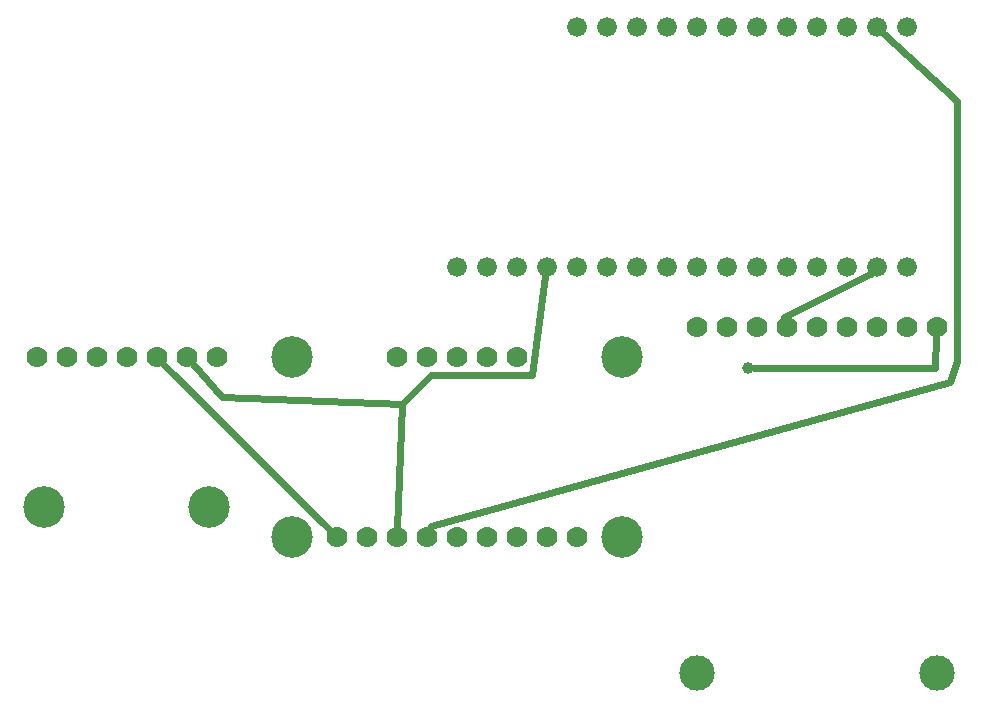
<source format=gbl>
G04 #@! TF.FileFunction,Copper,L2,Bot,Signal*
%FSLAX46Y46*%
G04 Gerber Fmt 4.6, Leading zero omitted, Abs format (unit mm)*
G04 Created by KiCad (PCBNEW 4.0.7+dfsg1-1) date Thu Apr  5 08:31:14 2018*
%MOMM*%
%LPD*%
G01*
G04 APERTURE LIST*
%ADD10C,0.100000*%
%ADD11C,1.778000*%
%ADD12C,2.999990*%
%ADD13C,3.516000*%
%ADD14C,1.676400*%
%ADD15C,1.000000*%
%ADD16C,0.609600*%
G04 APERTURE END LIST*
D10*
D11*
X58140600Y32054800D03*
X60680600Y32054800D03*
X63220600Y32054800D03*
X65760600Y32054800D03*
X68300600Y32054800D03*
X70840600Y32054800D03*
X73380600Y32054800D03*
X75920600Y32054800D03*
X78460600Y32054800D03*
D12*
X78460600Y2717800D03*
X58140600Y2717800D03*
D13*
X16865600Y16814800D03*
D11*
X2260600Y29514800D03*
X17500600Y29514800D03*
X14960600Y29514800D03*
D13*
X2895600Y16814800D03*
D11*
X12420600Y29514800D03*
X9880600Y29514800D03*
X7340600Y29514800D03*
X4800600Y29514800D03*
X37820600Y14274800D03*
D13*
X23850600Y29514800D03*
D11*
X47980600Y14274800D03*
X27660600Y14274800D03*
X42900600Y14274800D03*
X32740600Y14274800D03*
D13*
X51790600Y14274800D03*
D11*
X42900600Y29514800D03*
X45440600Y14274800D03*
X40360600Y14274800D03*
X35280600Y14274800D03*
X30200600Y14274800D03*
D13*
X23850600Y14274800D03*
X51790600Y29514800D03*
D11*
X32740600Y29514800D03*
X35280600Y29514800D03*
X37820600Y29514800D03*
X40360600Y29514800D03*
D14*
X75920600Y37134800D03*
X73380600Y37134800D03*
X70840600Y37134800D03*
X68300600Y37134800D03*
X65760600Y37134800D03*
X63220600Y37134800D03*
X60680600Y37134800D03*
X58140600Y37134800D03*
X55600600Y37134800D03*
X53060600Y37134800D03*
X50520600Y37134800D03*
X47980600Y37134800D03*
X45440600Y37134800D03*
X42900600Y37134800D03*
X40360600Y37134800D03*
X37820600Y37134800D03*
X47980600Y57454800D03*
X50520600Y57454800D03*
X53060600Y57454800D03*
X55600600Y57454800D03*
X58140600Y57454800D03*
X60680600Y57454800D03*
X63220600Y57454800D03*
X65760600Y57454800D03*
X68300600Y57454800D03*
X70840600Y57454800D03*
X73380600Y57454800D03*
X75920600Y57454800D03*
D15*
X62484000Y28600400D03*
D16*
X65557400Y32816800D02*
X65532000Y32867600D01*
X65532000Y32867600D02*
X72847200Y36525200D01*
X72847200Y36525200D02*
X72872600Y36550600D01*
X32766000Y15062200D02*
X33223200Y25552400D01*
X33223200Y25552400D02*
X35661600Y27990800D01*
X35661600Y27990800D02*
X44196000Y27990800D01*
X44196000Y27990800D02*
X45339000Y36372800D01*
X15494000Y28930600D02*
X17983200Y26162000D01*
X17983200Y26162000D02*
X33223200Y25552400D01*
X12979400Y28956000D02*
X27101800Y14833600D01*
X78435200Y31267400D02*
X78333600Y28600400D01*
X78333600Y28600400D02*
X62966600Y28600400D01*
X73939400Y56921400D02*
X80162400Y51155600D01*
X80162400Y51155600D02*
X80162400Y29210000D01*
X80162400Y29210000D02*
X79552800Y27381200D01*
X79552800Y27381200D02*
X35661600Y15189200D01*
X35661600Y15189200D02*
X35585400Y15011400D01*
M02*

</source>
